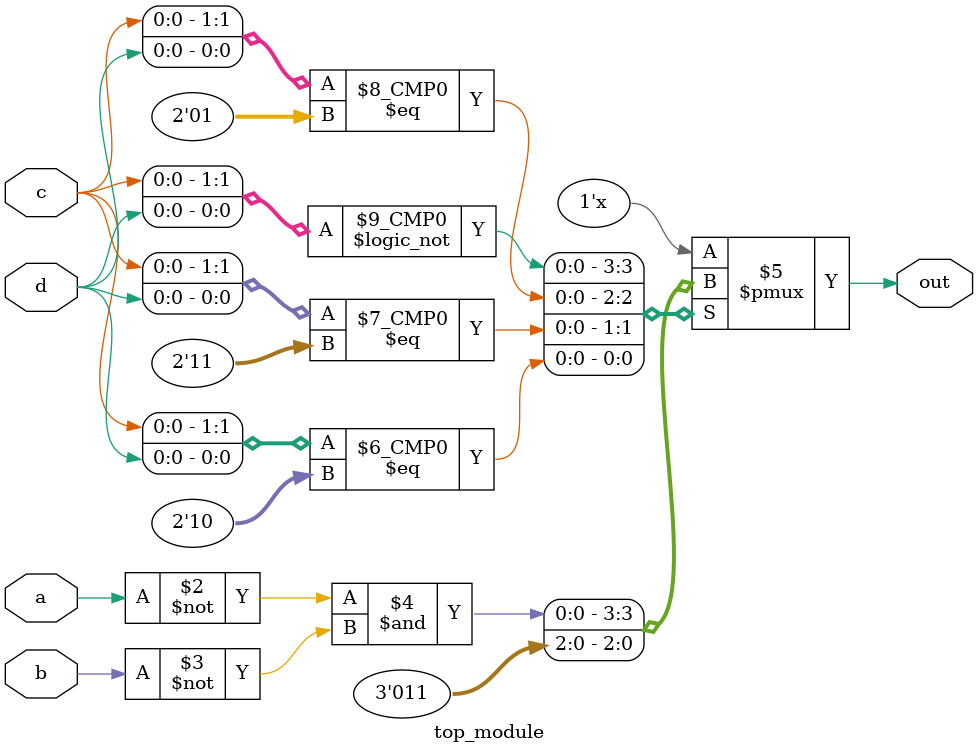
<source format=sv>
module top_module (
    input a, 
    input b,
    input c,
    input d,
    output reg out
);

always @(*) begin
    case ({c,d})
        2'b00: out = ~a & ~b;
        2'b01: out = 0;
        2'b11: out = 1;
        2'b10: out = 1;
        default: out = 1; // Handling the don't-care condition
    endcase
end

endmodule

</source>
